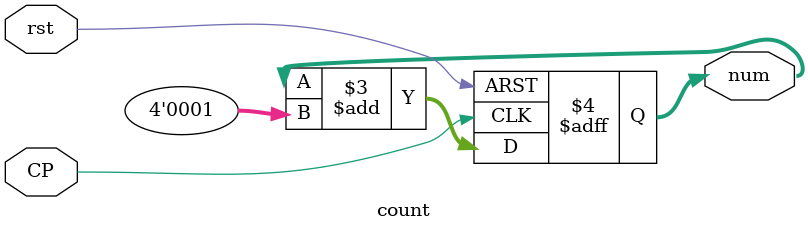
<source format=v>
/******************************************************************************************
Author:  熊康
E-mail： 1390000666@qq.com
Device:  DSE-EP2C5
Tool:    Quartus 9.0
Function:计数器（记录1的个数）
Version: 2022-3-10 v1.0
********************************************************************************************/
module count(CP,rst,num);
input CP,rst;
output reg [3:0] num;

always @(posedge CP or posedge rst)
    begin
		if(rst==1)
			num = 4'b0000;
        else
            num = num + 4'b0001;
            
    end

endmodule
</source>
